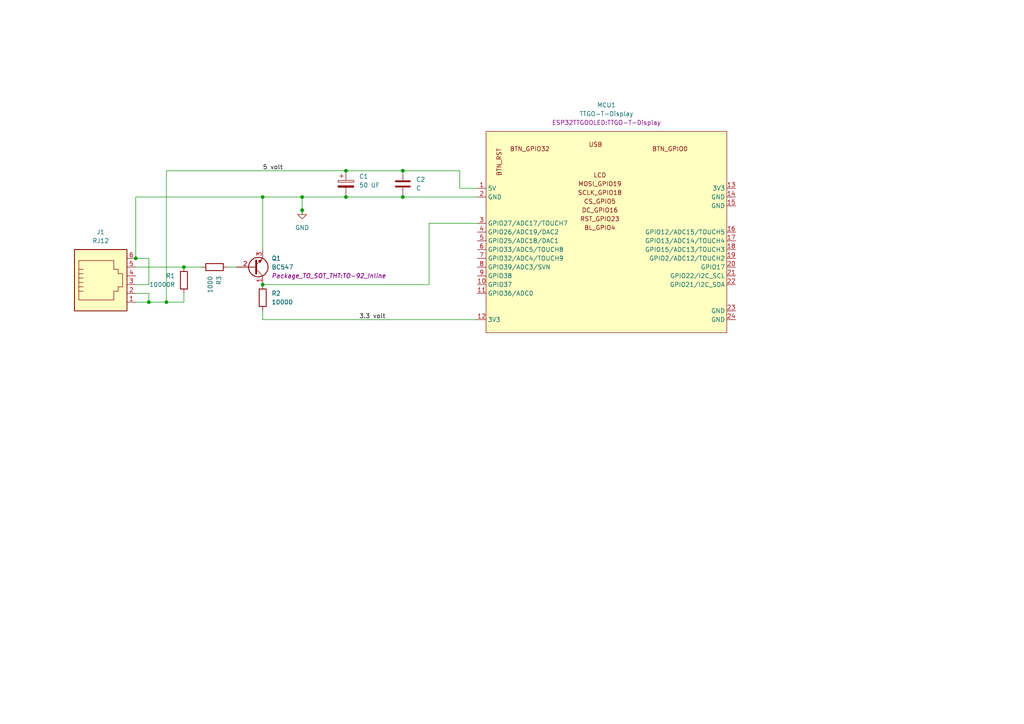
<source format=kicad_sch>
(kicad_sch (version 20211123) (generator eeschema)
  (paper "A4")
  (lib_symbols
    (symbol "Connector:RJ12" (pin_names (offset 1.016))
      (property "Reference" "J" (at -5.08 11.43 0))
      (property "Value" "RJ12" (at 2.54 11.43 0))
      (symbol "RJ12_0_1"
        (polyline (pts (xy -6.35 -1.905) (xy -5.08 -1.905) (xy -5.08 -1.905)))
        (polyline (pts (xy -6.35 -0.635) (xy -5.08 -0.635) (xy -5.08 -0.635)))
        (polyline (pts (xy -6.35 0.635) (xy -5.08 0.635) (xy -5.08 0.635)))
        (polyline (pts (xy -6.35 1.905) (xy -5.08 1.905) (xy -5.08 1.905)))
        (polyline (pts (xy -6.35 3.175) (xy -5.08 3.175) (xy -5.08 3.175)))
        (polyline (pts (xy -5.08 4.445) (xy -6.35 4.445) (xy -6.35 4.445)))
        (polyline (pts (xy -6.35 -4.445) (xy -6.35 6.985) (xy 3.81 6.985) (xy 3.81 4.445) (xy 5.08 4.445) (xy 5.08 3.175) (xy 6.35 3.175) (xy 6.35 -0.635) (xy 5.08 -0.635) (xy 5.08 -1.905) (xy 3.81 -1.905) (xy 3.81 -4.445) (xy -6.35 -4.445) (xy -6.35 -4.445)))
        (rectangle (start 7.62 10.16) (end -7.62 -7.62) (stroke (width 0.254)) (fill (type background)))
      )
      (symbol "RJ12_1_1"
        (pin passive line (at 10.16 -5.08 180) (length 2.54) (name "~") (number "1"))
        (pin passive line (at 10.16 -2.54 180) (length 2.54) (name "~") (number "2"))
        (pin passive line (at 10.16 0 180) (length 2.54) (name "~") (number "3"))
        (pin passive line (at 10.16 2.54 180) (length 2.54) (name "~") (number "4"))
        (pin passive line (at 10.16 5.08 180) (length 2.54) (name "~") (number "5"))
        (pin passive line (at 10.16 7.62 180) (length 2.54) (name "~") (number "6"))
      )
    )
    (symbol "Device:C" (pin_numbers hide) (pin_names (offset 0.254))
      (property "Reference" "C" (at 0.635 2.54 0))
      (property "Value" "C" (at 0.635 -2.54 0))
      (symbol "C_0_1"
        (polyline (pts (xy -2.032 -0.762) (xy 2.032 -0.762)) (stroke (width 0.508)))
        (polyline (pts (xy -2.032 0.762) (xy 2.032 0.762)) (stroke (width 0.508)))
      )
      (symbol "C_1_1"
        (pin passive line (at 0 3.81 270) (length 2.794) (name "~") (number "1"))
        (pin passive line (at 0 -3.81 90) (length 2.794) (name "~") (number "2"))
      )
    )
    (symbol "Device:C_Polarized" (pin_numbers hide) (pin_names (offset 0.254))
      (property "Reference" "C" (at 0.635 2.54 0))
      (property "Value" "C_Polarized" (at 0.635 -2.54 0))
      (symbol "C_Polarized_0_1"
        (rectangle (start -2.286 0.508) (end 2.286 1.016))
        (polyline (pts (xy -1.778 2.286) (xy -0.762 2.286)))
        (polyline (pts (xy -1.27 2.794) (xy -1.27 1.778)))
        (rectangle (start 2.286 -0.508) (end -2.286 -1.016) (fill (type outline)))
      )
      (symbol "C_Polarized_1_1"
        (pin passive line (at 0 3.81 270) (length 2.794) (name "~") (number "1"))
        (pin passive line (at 0 -3.81 90) (length 2.794) (name "~") (number "2"))
      )
    )
    (symbol "Device:R" (pin_numbers hide) (pin_names (offset 0))
      (property "Reference" "R" (at 2.032 0 90))
      (property "Value" "R" (at 0 0 90))
      (symbol "R_0_1"
        (rectangle (start -1.016 -2.54) (end 1.016 2.54) (stroke (width 0.254)))
      )
      (symbol "R_1_1"
        (pin passive line (at 0 3.81 270) (length 1.27) (name "~") (number "1"))
        (pin passive line (at 0 -3.81 90) (length 1.27) (name "~") (number "2"))
      )
    )
    (symbol "Transistor_BJT:BC547" (pin_names (offset 0) hide)
      (property "Reference" "Q" (at 5.08 1.905 0))
      (property "Value" "BC547" (at 5.08 0 0))
      (symbol "BC547_0_1"
        (polyline (pts (xy 0 0) (xy 0.635 0)))
        (polyline (pts (xy 0.635 0.635) (xy 2.54 2.54)))
        (polyline (pts (xy 0.635 -0.635) (xy 2.54 -2.54) (xy 2.54 -2.54)))
        (polyline (pts (xy 0.635 1.905) (xy 0.635 -1.905) (xy 0.635 -1.905)) (stroke (width 0.508)))
        (polyline (pts (xy 1.27 -1.778) (xy 1.778 -1.27) (xy 2.286 -2.286) (xy 1.27 -1.778) (xy 1.27 -1.778)) (fill (type outline)))
        (circle (center 1.27 0) (radius 2.8194) (stroke (width 0.254)))
      )
      (symbol "BC547_1_1"
        (pin passive line (at 2.54 5.08 270) (length 2.54) (name "C") (number "1"))
        (pin input line (at -5.08 0 0) (length 5.08) (name "B") (number "2"))
        (pin passive line (at 2.54 -5.08 90) (length 2.54) (name "E") (number "3"))
      )
    )
    (symbol "lokaalesp32ttgooled:TTGO-T-Display"
      (property "Reference" "MCU" (at 0 0 0))
      (property "Value" "TTGO-T-Display" (at 0 2.54 0))
      (symbol "TTGO-T-Display_0_0"
        (text "BL_GPIO4" (at 1.27 -30.48 0) (effects (font (size 1.27 1.27))))
        (text "BTN_GPIO0" (at 21.59 -7.62 0) (effects (font (size 1.27 1.27))))
        (text "BTN_GPIO32" (at -19.05 -7.62 0) (effects (font (size 1.27 1.27))))
        (text "BTN_RST" (at -27.94 -11.43 900) (effects (font (size 1.27 1.27))))
        (text "CS_GPIO5" (at 1.27 -22.86 0) (effects (font (size 1.27 1.27))))
        (text "DC_GPIO16" (at 1.27 -25.4 0) (effects (font (size 1.27 1.27))))
        (text "LCD" (at 1.27 -15.24 0) (effects (font (size 1.27 1.27))))
        (text "MOSI_GPIO19" (at 1.27 -17.78 0) (effects (font (size 1.27 1.27))))
        (text "RST_GPIO23" (at 1.27 -27.94 0) (effects (font (size 1.27 1.27))))
        (text "SCLK_GPIO18" (at 1.27 -20.32 0) (effects (font (size 1.27 1.27))))
        (text "USB" (at 0 -6.35 0) (effects (font (size 1.27 1.27))))
      )
      (symbol "TTGO-T-Display_0_1"
        (rectangle (start -31.75 -2.54) (end 38.1 -60.96) (fill (type background)))
      )
      (symbol "TTGO-T-Display_1_1"
        (pin power_in line (at -34.29 -19.05 0) (length 2.54) (name "5V") (number "1"))
        (pin bidirectional line (at -34.29 -46.99 0) (length 2.54) (name "GPIO37") (number "10"))
        (pin bidirectional line (at -34.29 -49.53 0) (length 2.54) (name "GPIO36/ADC0") (number "11"))
        (pin power_in line (at -34.29 -57.15 0) (length 2.54) (name "3V3") (number "12"))
        (pin power_in line (at 40.64 -19.05 180) (length 2.54) (name "3V3") (number "13"))
        (pin power_in line (at 40.64 -21.59 180) (length 2.54) (name "GND") (number "14"))
        (pin power_in line (at 40.64 -24.13 180) (length 2.54) (name "GND") (number "15"))
        (pin bidirectional line (at 40.64 -31.75 180) (length 2.54) (name "GPIO12/ADC15/TOUCH5") (number "16"))
        (pin bidirectional line (at 40.64 -34.29 180) (length 2.54) (name "GPIO13/ADC14/TOUCH4") (number "17"))
        (pin bidirectional line (at 40.64 -36.83 180) (length 2.54) (name "GPIO15/ADC13/TOUCH3") (number "18"))
        (pin bidirectional line (at 40.64 -39.37 180) (length 2.54) (name "GPIO2/ADC12/TOUCH2") (number "19"))
        (pin power_in line (at -34.29 -21.59 0) (length 2.54) (name "GND") (number "2"))
        (pin bidirectional line (at 40.64 -41.91 180) (length 2.54) (name "GPIO17") (number "20"))
        (pin bidirectional line (at 40.64 -44.45 180) (length 2.54) (name "GPIO22/I2C_SCL") (number "21"))
        (pin bidirectional line (at 40.64 -46.99 180) (length 2.54) (name "GPIO21/I2C_SDA") (number "22"))
        (pin power_in line (at 40.64 -54.61 180) (length 2.54) (name "GND") (number "23"))
        (pin power_in line (at 40.64 -57.15 180) (length 2.54) (name "GND") (number "24"))
        (pin bidirectional line (at -34.29 -29.21 0) (length 2.54) (name "GPIO27/ADC17/TOUCH7") (number "3"))
        (pin bidirectional line (at -34.29 -31.75 0) (length 2.54) (name "GPIO26/ADC19/DAC2") (number "4"))
        (pin bidirectional line (at -34.29 -34.29 0) (length 2.54) (name "GPIO25/ADC18/DAC1") (number "5"))
        (pin bidirectional line (at -34.29 -36.83 0) (length 2.54) (name "GPIO33/ADC5/TOUCH8") (number "6"))
        (pin bidirectional line (at -34.29 -39.37 0) (length 2.54) (name "GPIO32/ADC4/TOUCH9") (number "7"))
        (pin bidirectional line (at -34.29 -41.91 0) (length 2.54) (name "GPIO39/ADC3/SVN") (number "8"))
        (pin bidirectional line (at -34.29 -44.45 0) (length 2.54) (name "GPIO38") (number "9"))
      )
    )
    (symbol "power:GND" (power) (pin_names (offset 0))
      (property "Value" "GND" (at 0 -3.81 0))
      (symbol "GND_0_1"
        (polyline (pts (xy 0 0) (xy 0 -1.27) (xy 1.27 -1.27) (xy 0 -2.54) (xy -1.27 -1.27) (xy 0 -1.27)))
      )
      (symbol "GND_1_1"
        (pin power_in line (at 0 0 270) (length 0) hide (name "GND") (number "1"))
      )
    )
  )
  (junction (at 43.18 87.63))
  (junction (at 87.63 60.96))
  (junction (at 76.2 82.55))
  (junction (at 76.2 57.15))
  (junction (at 48.26 87.63))
  (junction (at 116.84 57.15))
  (junction (at 100.33 49.53))
  (junction (at 87.63 57.15))
  (junction (at 53.34 77.47))
  (junction (at 100.33 57.15))
  (junction (at 116.84 49.53))
  (junction (at 39.37 74.93))
  (wire (pts (xy 39.37 77.47) (xy 53.34 77.47)))
  (wire (pts (xy 48.26 87.63) (xy 53.34 87.63)))
  (wire (pts (xy 39.37 74.93) (xy 43.18 74.93)))
  (wire (pts (xy 116.84 57.15) (xy 138.43 57.15)))
  (wire (pts (xy 43.18 74.93) (xy 43.18 82.55)))
  (wire (pts (xy 39.37 57.15) (xy 39.37 74.93)))
  (wire (pts (xy 76.2 57.15) (xy 76.2 72.39)))
  (wire (pts (xy 48.26 49.53) (xy 100.33 49.53)))
  (wire (pts (xy 87.63 57.15) (xy 87.63 60.96)))
  (wire (pts (xy 76.2 92.71) (xy 138.43 92.71)))
  (wire (pts (xy 66.04 77.47) (xy 68.58 77.47)))
  (wire (pts (xy 53.34 85.09) (xy 53.34 87.63)))
  (wire (pts (xy 87.63 60.96) (xy 87.63 62.23)))
  (wire (pts (xy 39.37 85.09) (xy 43.18 85.09)))
  (wire (pts (xy 76.2 90.17) (xy 76.2 92.71)))
  (wire (pts (xy 124.46 64.77) (xy 138.43 64.77)))
  (wire (pts (xy 53.34 77.47) (xy 58.42 77.47)))
  (wire (pts (xy 87.63 57.15) (xy 100.33 57.15)))
  (wire (pts (xy 116.84 49.53) (xy 133.35 49.53)))
  (wire (pts (xy 43.18 85.09) (xy 43.18 87.63)))
  (wire (pts (xy 124.46 64.77) (xy 124.46 82.55)))
  (wire (pts (xy 39.37 82.55) (xy 43.18 82.55)))
  (wire (pts (xy 39.37 57.15) (xy 76.2 57.15)))
  (wire (pts (xy 39.37 87.63) (xy 43.18 87.63)))
  (wire (pts (xy 100.33 49.53) (xy 116.84 49.53)))
  (wire (pts (xy 43.18 87.63) (xy 48.26 87.63)))
  (wire (pts (xy 133.35 49.53) (xy 133.35 54.61)))
  (wire (pts (xy 48.26 49.53) (xy 48.26 87.63)))
  (wire (pts (xy 124.46 82.55) (xy 76.2 82.55)))
  (wire (pts (xy 133.35 54.61) (xy 138.43 54.61)))
  (wire (pts (xy 76.2 57.15) (xy 87.63 57.15)))
  (wire (pts (xy 100.33 57.15) (xy 116.84 57.15)))
  (label "3.3 volt" (at 104.14 92.71 0))
  (label "5 volt" (at 76.2 49.53 0))
  (symbol (lib_id "Device:R") (at 76.2 86.36 0) (unit 1)
    (property "Reference" "R2" (at 78.74 85.0899 0) (effects (justify left)))
    (property "Value" "10000" (at 78.74 87.6299 0) (effects (justify left)))
    (property "Footprint" "Resistor_THT:R_Axial_DIN0309_L9.0mm_D3.2mm_P12.70mm_Horizontal" (effects hide))
  )
  (symbol (lib_id "Device:C_Polarized") (at 100.33 53.34 0) (unit 1)
    (property "Reference" "C1" (at 104.14 51.1809 0) (effects (justify left)))
    (property "Value" "50 UF" (at 104.14 53.7209 0) (effects (justify left)))
    (property "Footprint" "Capacitor_THT:CP_Radial_D8.0mm_P2.50mm" (effects hide))
  )
  (symbol (lib_id "Device:R") (at 62.23 77.47 270) (unit 1)
    (property "Reference" "R3" (at 63.5001 80.01 0) (effects (justify left)))
    (property "Value" "1000" (at 60.9601 80.01 0) (effects (justify left)))
    (property "Footprint" "Resistor_THT:R_Axial_DIN0309_L9.0mm_D3.2mm_P12.70mm_Horizontal" (effects hide))
  )
  (symbol (lib_id "Device:R") (at 53.34 81.28 0) (mirror x) (unit 1)
    (property "Reference" "R1" (at 50.8 80.0099 0) (effects (justify right)))
    (property "Value" "10000R" (at 50.8 82.5499 0) (effects (justify right)))
    (property "Footprint" "Resistor_THT:R_Axial_DIN0309_L9.0mm_D3.2mm_P12.70mm_Horizontal" (effects hide))
  )
  (symbol (lib_id "power:GND") (at 87.63 60.96 0) (unit 1)
    (property "Reference" "#PWR0101" (effects hide))
    (property "Value" "GND" (at 87.63 66.04 0))
  )
  (symbol (lib_id "lokaalesp32ttgooled:TTGO-T-Display") (at 172.72 35.56 0) (unit 1)
    (property "Reference" "MCU1" (at 175.895 30.48 0))
    (property "Value" "TTGO-T-Display" (at 175.895 33.02 0))
    (property "Footprint" "ESP32TTGOOLED:TTGO-T-Display" (at 175.895 35.56 0))
  )
  (symbol (lib_id "Device:C") (at 116.84 53.34 0) (unit 1)
    (property "Reference" "C2" (at 120.65 52.0699 0) (effects (justify left)))
    (property "Value" "C" (at 120.65 54.6099 0) (effects (justify left)))
    (property "Footprint" "Capacitor_THT:C_Disc_D3.0mm_W1.6mm_P2.50mm" (effects hide))
  )
  (symbol (lib_id "Connector:RJ12") (at 29.21 82.55 0) (unit 1)
    (property "Reference" "J1" (at 29.21 67.31 0))
    (property "Value" "RJ12" (at 29.21 69.85 0))
    (property "Footprint" "Connector_RJ:RJ12_Amphenol_54601" (effects hide))
  )
  (symbol (lib_id "Transistor_BJT:BC547") (at 73.66 77.47 0) (mirror x) (unit 1)
    (property "Reference" "Q1" (at 78.74 74.9299 0) (effects (justify left)))
    (property "Value" "BC547" (at 78.74 77.4699 0) (effects (justify left)))
    (property "Footprint" "Package_TO_SOT_THT:TO-92_Inline" (at 78.74 80.0099 0) (effects (font italic) (justify left)))
    (property "Datasheet" "https://www.onsemi.com/pub/Collateral/BC550-D.pdf" (effects hide))
  )
)
</source>
